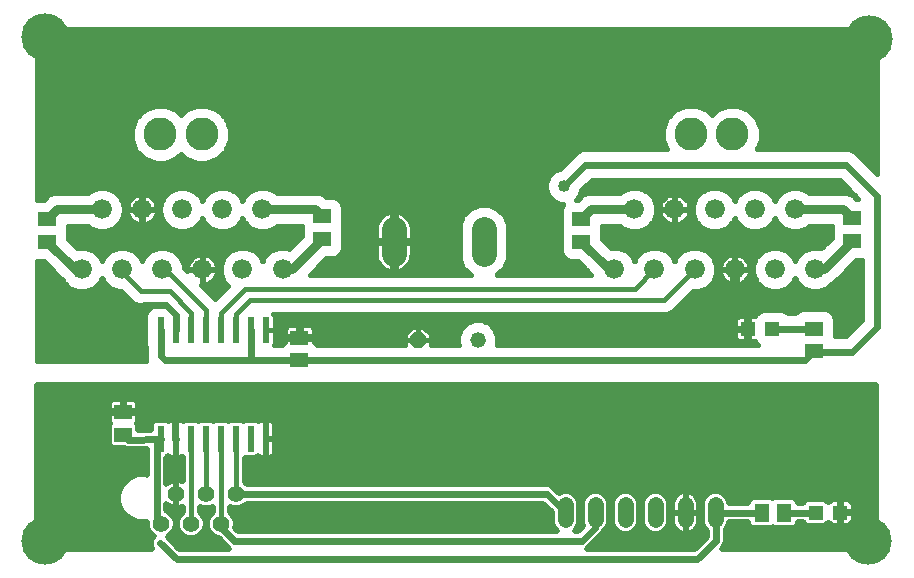
<source format=gtl>
G75*
%MOIN*%
%OFA0B0*%
%FSLAX24Y24*%
%IPPOS*%
%LPD*%
%AMOC8*
5,1,8,0,0,1.08239X$1,22.5*
%
%ADD10C,0.0660*%
%ADD11R,0.0591X0.0512*%
%ADD12R,0.0512X0.0630*%
%ADD13R,0.0630X0.0512*%
%ADD14R,0.0472X0.0472*%
%ADD15C,0.1102*%
%ADD16C,0.0520*%
%ADD17OC8,0.0520*%
%ADD18C,0.0520*%
%ADD19C,0.0825*%
%ADD20R,0.0236X0.0866*%
%ADD21C,0.0560*%
%ADD22C,0.0315*%
%ADD23C,0.0160*%
%ADD24C,0.0157*%
%ADD25C,0.1581*%
%ADD26C,0.0320*%
%ADD27C,0.0240*%
%ADD28C,0.0400*%
%ADD29C,0.0197*%
D10*
X008141Y011137D03*
X008760Y012811D03*
X010098Y012811D03*
X011437Y012811D03*
X012775Y012811D03*
X014114Y012811D03*
X015452Y012811D03*
X014783Y014811D03*
X013445Y014811D03*
X012106Y014811D03*
X010767Y014811D03*
X009429Y014811D03*
X014637Y019681D03*
X026510Y012811D03*
X027848Y012811D03*
X029187Y012811D03*
X030525Y012811D03*
X031864Y012811D03*
X033202Y012811D03*
X032533Y014811D03*
X031195Y014811D03*
X029856Y014811D03*
X028517Y014811D03*
X027179Y014811D03*
D11*
X025417Y014486D03*
X025417Y013738D03*
X016783Y013830D03*
X016783Y014578D03*
X016015Y010527D03*
X016015Y009779D03*
X010149Y008047D03*
X010149Y007299D03*
X007618Y013740D03*
X007618Y014488D03*
X034441Y014511D03*
X034441Y013763D03*
D12*
X032173Y004700D03*
X031425Y004700D03*
D13*
X033161Y010082D03*
X033161Y010830D03*
D14*
X031779Y010834D03*
X030952Y010834D03*
X033224Y004708D03*
X034051Y004708D03*
D15*
X030448Y017311D03*
X029071Y017311D03*
X012752Y017311D03*
X011374Y017311D03*
D16*
X024889Y004964D02*
X024889Y004444D01*
X025889Y004444D02*
X025889Y004964D01*
X026889Y004964D02*
X026889Y004444D01*
X027889Y004444D02*
X027889Y004964D01*
X028889Y004964D02*
X028889Y004444D01*
X029889Y004444D02*
X029889Y004964D01*
D17*
X019958Y010468D03*
D18*
X021958Y010468D03*
D19*
X022161Y013331D02*
X022161Y014156D01*
X019161Y014156D02*
X019161Y013331D01*
D20*
X014891Y010783D03*
X014391Y010783D03*
X013891Y010783D03*
X013391Y010783D03*
X012891Y010783D03*
X012391Y010783D03*
X011891Y010783D03*
X011391Y010783D03*
X011391Y007161D03*
X011891Y007161D03*
X012391Y007161D03*
X012891Y007161D03*
X013391Y007161D03*
X013891Y007161D03*
X014391Y007161D03*
X014891Y007161D03*
D21*
X013909Y005326D03*
X012909Y005326D03*
X011909Y005326D03*
X011409Y004326D03*
X012409Y004326D03*
X013409Y004326D03*
D22*
X015452Y012811D02*
X015763Y012811D01*
X016783Y013830D01*
X016783Y014578D02*
X016551Y014811D01*
X014783Y014811D01*
X009429Y014811D02*
X007941Y014811D01*
X007618Y014488D01*
X007618Y013740D02*
X008547Y012811D01*
X008760Y012811D01*
X025417Y013738D02*
X026344Y012811D01*
X026510Y012811D01*
X025417Y014486D02*
X025742Y014811D01*
X027179Y014811D01*
X032533Y014811D02*
X034141Y014811D01*
X034441Y014511D01*
X034441Y013763D02*
X033488Y012811D01*
X033202Y012811D01*
D23*
X029187Y012811D02*
X028183Y011807D01*
X014362Y011807D01*
X013891Y011336D01*
X013891Y010783D01*
X013391Y010783D02*
X013391Y011348D01*
X014204Y012161D01*
X027198Y012161D01*
X027848Y012811D01*
X013909Y007161D02*
X013909Y005326D01*
X012909Y005326D02*
X012909Y007161D01*
X012891Y007161D01*
X012409Y007161D02*
X012409Y004326D01*
X013409Y004326D02*
X013409Y007161D01*
X013391Y007161D01*
X013891Y007161D02*
X013909Y007161D01*
X012409Y007161D02*
X012391Y007161D01*
X012391Y010783D02*
X012393Y010785D01*
X012393Y011374D01*
X011685Y012082D01*
X010740Y012082D01*
X010098Y012724D01*
X010098Y012811D01*
X011437Y012811D02*
X011547Y012811D01*
X012905Y011452D01*
X012905Y010797D01*
X012891Y010783D01*
D24*
X011192Y011609D02*
X011050Y011550D01*
X010940Y011439D01*
X010880Y011294D01*
X010880Y010890D01*
X010878Y010885D01*
X010878Y010681D01*
X010880Y010676D01*
X010880Y010272D01*
X010895Y010233D01*
X010895Y009815D01*
X010918Y009759D01*
X007258Y009759D01*
X007258Y013090D01*
X007488Y013090D01*
X008080Y012498D01*
X008124Y012454D01*
X008146Y012401D01*
X008350Y012197D01*
X008616Y012087D01*
X008903Y012087D01*
X009169Y012197D01*
X009373Y012401D01*
X009429Y012535D01*
X009485Y012401D01*
X009688Y012197D01*
X009954Y012087D01*
X010065Y012087D01*
X010338Y011814D01*
X010471Y011681D01*
X010646Y011609D01*
X011192Y011609D01*
X011042Y011541D02*
X007258Y011541D01*
X007258Y011385D02*
X010917Y011385D01*
X010880Y011229D02*
X007258Y011229D01*
X007258Y011073D02*
X010880Y011073D01*
X010880Y010917D02*
X007258Y010917D01*
X007258Y010761D02*
X010878Y010761D01*
X010880Y010605D02*
X007258Y010605D01*
X007258Y010449D02*
X010880Y010449D01*
X010880Y010293D02*
X007258Y010293D01*
X007258Y010137D02*
X010895Y010137D01*
X010895Y009981D02*
X007258Y009981D01*
X007258Y009825D02*
X010895Y009825D01*
X010455Y011697D02*
X007258Y011697D01*
X007258Y011853D02*
X010299Y011853D01*
X010143Y012009D02*
X007258Y012009D01*
X007258Y012165D02*
X008427Y012165D01*
X008226Y012321D02*
X007258Y012321D01*
X007258Y012477D02*
X008101Y012477D01*
X007945Y012633D02*
X007258Y012633D01*
X007258Y012789D02*
X007789Y012789D01*
X007633Y012945D02*
X007258Y012945D01*
X008307Y013830D02*
X008606Y013531D01*
X008616Y013534D01*
X008903Y013534D01*
X009169Y013424D01*
X009373Y013221D01*
X009429Y013086D01*
X009485Y013221D01*
X009688Y013424D01*
X009954Y013534D01*
X010242Y013534D01*
X010508Y013424D01*
X010712Y013221D01*
X010767Y013086D01*
X010823Y013221D01*
X011027Y013424D01*
X011293Y013534D01*
X011581Y013534D01*
X011847Y013424D01*
X012050Y013221D01*
X012160Y012955D01*
X012160Y012867D01*
X012268Y012759D01*
X012267Y012771D01*
X012267Y012791D01*
X012756Y012791D01*
X012795Y012791D01*
X012795Y012830D01*
X013284Y012830D01*
X013284Y012851D01*
X013271Y012930D01*
X013247Y013006D01*
X013210Y013077D01*
X013163Y013142D01*
X013107Y013199D01*
X013042Y013246D01*
X012971Y013282D01*
X012894Y013307D01*
X012815Y013319D01*
X012795Y013319D01*
X012795Y012830D01*
X012756Y012830D01*
X012756Y012791D01*
X012756Y012302D01*
X012735Y012302D01*
X012724Y012304D01*
X013174Y011854D01*
X013200Y011827D01*
X013637Y012264D01*
X013500Y012401D01*
X013390Y012667D01*
X013390Y012955D01*
X013500Y013221D01*
X013704Y013424D01*
X013970Y013534D01*
X014258Y013534D01*
X014524Y013424D01*
X014727Y013221D01*
X014783Y013086D01*
X014839Y013221D01*
X015042Y013424D01*
X015308Y013534D01*
X015596Y013534D01*
X015675Y013502D01*
X016094Y013921D01*
X016094Y014165D01*
X016111Y014204D01*
X016094Y014244D01*
X016094Y014259D01*
X015255Y014259D01*
X015193Y014197D01*
X014927Y014087D01*
X014639Y014087D01*
X014373Y014197D01*
X014170Y014401D01*
X014114Y014535D01*
X014058Y014401D01*
X013854Y014197D01*
X013589Y014087D01*
X013301Y014087D01*
X013035Y014197D01*
X012831Y014401D01*
X012775Y014535D01*
X012719Y014401D01*
X012516Y014197D01*
X012250Y014087D01*
X011962Y014087D01*
X011696Y014197D01*
X011492Y014401D01*
X011382Y014667D01*
X011382Y014955D01*
X011492Y015221D01*
X011696Y015424D01*
X011962Y015534D01*
X012250Y015534D01*
X012516Y015424D01*
X012719Y015221D01*
X012775Y015086D01*
X012831Y015221D01*
X013035Y015424D01*
X013301Y015534D01*
X013589Y015534D01*
X013854Y015424D01*
X014058Y015221D01*
X014114Y015086D01*
X014170Y015221D01*
X014373Y015424D01*
X014639Y015534D01*
X014927Y015534D01*
X015193Y015424D01*
X015255Y015362D01*
X016660Y015362D01*
X016863Y015278D01*
X016913Y015228D01*
X017157Y015228D01*
X017301Y015168D01*
X017412Y015057D01*
X017472Y014913D01*
X017472Y014244D01*
X017456Y014204D01*
X017472Y014165D01*
X017472Y013496D01*
X017412Y013351D01*
X017301Y013241D01*
X017157Y013181D01*
X016913Y013181D01*
X016367Y012635D01*
X021736Y012635D01*
X021704Y012648D01*
X021478Y012875D01*
X021355Y013171D01*
X021355Y014317D01*
X021478Y014613D01*
X021704Y014840D01*
X022001Y014962D01*
X022321Y014962D01*
X022618Y014840D01*
X022845Y014613D01*
X022967Y014317D01*
X022967Y013171D01*
X022845Y012875D01*
X022618Y012648D01*
X022586Y012635D01*
X025741Y012635D01*
X025287Y013088D01*
X025043Y013088D01*
X024899Y013148D01*
X024788Y013259D01*
X024728Y013404D01*
X024728Y014072D01*
X024745Y014112D01*
X024728Y014152D01*
X024728Y014820D01*
X024788Y014965D01*
X024816Y014993D01*
X024716Y014993D01*
X024498Y015083D01*
X024331Y015250D01*
X024241Y015468D01*
X024241Y015704D01*
X024331Y015923D01*
X024498Y016090D01*
X024691Y016170D01*
X025252Y016730D01*
X025441Y016809D01*
X028256Y016809D01*
X028126Y017123D01*
X028126Y017499D01*
X028270Y017846D01*
X028535Y018112D01*
X028883Y018256D01*
X029258Y018256D01*
X029606Y018112D01*
X029760Y017958D01*
X029913Y018112D01*
X030261Y018256D01*
X030636Y018256D01*
X030984Y018112D01*
X031250Y017846D01*
X031393Y017499D01*
X031393Y017123D01*
X031263Y016809D01*
X034346Y016809D01*
X034535Y016730D01*
X034679Y016586D01*
X035261Y016004D01*
X035261Y020812D01*
X007258Y020812D01*
X007258Y015137D01*
X007488Y015137D01*
X007628Y015278D01*
X007831Y015362D01*
X008957Y015362D01*
X009019Y015424D01*
X009285Y015534D01*
X009573Y015534D01*
X009839Y015424D01*
X010042Y015221D01*
X010153Y014955D01*
X010153Y014667D01*
X010042Y014401D01*
X009839Y014197D01*
X009573Y014087D01*
X009285Y014087D01*
X009019Y014197D01*
X008957Y014259D01*
X008307Y014259D01*
X008307Y014154D01*
X008290Y014114D01*
X008307Y014074D01*
X008307Y013830D01*
X008307Y013881D02*
X016054Y013881D01*
X016094Y014037D02*
X008307Y014037D01*
X008307Y014193D02*
X009029Y014193D01*
X008412Y013725D02*
X015898Y013725D01*
X015742Y013569D02*
X008568Y013569D01*
X009181Y013413D02*
X009677Y013413D01*
X009521Y013257D02*
X009337Y013257D01*
X009423Y013101D02*
X009435Y013101D01*
X009405Y012477D02*
X009453Y012477D01*
X009564Y012321D02*
X009293Y012321D01*
X009092Y012165D02*
X009765Y012165D01*
X010761Y013101D02*
X010774Y013101D01*
X010860Y013257D02*
X010675Y013257D01*
X010519Y013413D02*
X011016Y013413D01*
X011858Y013413D02*
X013693Y013413D01*
X013537Y013257D02*
X013020Y013257D01*
X012795Y013257D02*
X012756Y013257D01*
X012756Y013319D02*
X012735Y013319D01*
X012656Y013307D01*
X012580Y013282D01*
X012509Y013246D01*
X012444Y013199D01*
X012387Y013142D01*
X012340Y013077D01*
X012304Y013006D01*
X012279Y012930D01*
X012267Y012851D01*
X012267Y012830D01*
X012756Y012830D01*
X012756Y013319D01*
X012756Y013101D02*
X012795Y013101D01*
X012795Y012945D02*
X012756Y012945D01*
X012756Y012789D02*
X012795Y012789D01*
X012795Y012791D02*
X012795Y012302D01*
X012815Y012302D01*
X012894Y012314D01*
X012971Y012339D01*
X013042Y012376D01*
X013107Y012423D01*
X013163Y012479D01*
X013210Y012544D01*
X013247Y012615D01*
X013271Y012691D01*
X013284Y012771D01*
X013284Y012791D01*
X012795Y012791D01*
X012795Y012633D02*
X012756Y012633D01*
X012756Y012477D02*
X012795Y012477D01*
X012795Y012321D02*
X012756Y012321D01*
X012915Y012321D02*
X013580Y012321D01*
X013539Y012165D02*
X012862Y012165D01*
X013018Y012009D02*
X013383Y012009D01*
X013227Y011853D02*
X013174Y011853D01*
X013161Y012477D02*
X013469Y012477D01*
X013404Y012633D02*
X013252Y012633D01*
X013284Y012789D02*
X013390Y012789D01*
X013390Y012945D02*
X013267Y012945D01*
X013193Y013101D02*
X013451Y013101D01*
X012531Y013257D02*
X012014Y013257D01*
X012100Y013101D02*
X012357Y013101D01*
X012284Y012945D02*
X012160Y012945D01*
X012238Y012789D02*
X012267Y012789D01*
X012506Y014193D02*
X013045Y014193D01*
X012883Y014349D02*
X012668Y014349D01*
X012763Y014505D02*
X012788Y014505D01*
X012758Y015129D02*
X012793Y015129D01*
X012895Y015285D02*
X012655Y015285D01*
X012476Y015441D02*
X013075Y015441D01*
X013814Y015441D02*
X014413Y015441D01*
X014234Y015285D02*
X013994Y015285D01*
X014096Y015129D02*
X014132Y015129D01*
X014101Y014505D02*
X014126Y014505D01*
X014221Y014349D02*
X014006Y014349D01*
X013844Y014193D02*
X014383Y014193D01*
X015183Y014193D02*
X016106Y014193D01*
X015031Y013413D02*
X014535Y013413D01*
X014691Y013257D02*
X014875Y013257D01*
X014789Y013101D02*
X014777Y013101D01*
X016521Y012789D02*
X018923Y012789D01*
X018934Y012783D02*
X019023Y012755D01*
X019102Y012742D01*
X019102Y013685D01*
X018570Y013685D01*
X018570Y013285D01*
X018584Y013193D01*
X018613Y013104D01*
X018655Y013021D01*
X018710Y012946D01*
X018776Y012880D01*
X018851Y012826D01*
X018934Y012783D01*
X019102Y012789D02*
X019220Y012789D01*
X019220Y012742D02*
X019300Y012755D01*
X019388Y012783D01*
X019471Y012826D01*
X019546Y012880D01*
X019612Y012946D01*
X019667Y013021D01*
X019709Y013104D01*
X019738Y013193D01*
X019752Y013285D01*
X019752Y013685D01*
X019220Y013685D01*
X019220Y013802D01*
X019752Y013802D01*
X019752Y014203D01*
X019738Y014295D01*
X019709Y014383D01*
X019667Y014466D01*
X019612Y014541D01*
X019546Y014607D01*
X019471Y014662D01*
X019388Y014704D01*
X019300Y014733D01*
X019220Y014746D01*
X019220Y013802D01*
X019102Y013802D01*
X019102Y013685D01*
X019220Y013685D01*
X019220Y012742D01*
X019399Y012789D02*
X021563Y012789D01*
X021448Y012945D02*
X019611Y012945D01*
X019707Y013101D02*
X021384Y013101D01*
X021355Y013257D02*
X019748Y013257D01*
X019752Y013413D02*
X021355Y013413D01*
X021355Y013569D02*
X019752Y013569D01*
X019220Y013569D02*
X019102Y013569D01*
X019102Y013725D02*
X017472Y013725D01*
X017472Y013881D02*
X018570Y013881D01*
X018570Y013802D02*
X019102Y013802D01*
X019102Y014746D01*
X019023Y014733D01*
X018934Y014704D01*
X018851Y014662D01*
X018776Y014607D01*
X018710Y014541D01*
X018655Y014466D01*
X018613Y014383D01*
X018584Y014295D01*
X018570Y014203D01*
X018570Y013802D01*
X018570Y013569D02*
X017472Y013569D01*
X017438Y013413D02*
X018570Y013413D01*
X018574Y013257D02*
X017318Y013257D01*
X016833Y013101D02*
X018615Y013101D01*
X018711Y012945D02*
X016677Y012945D01*
X017472Y014037D02*
X018570Y014037D01*
X018570Y014193D02*
X017460Y014193D01*
X017472Y014349D02*
X018602Y014349D01*
X018684Y014505D02*
X017472Y014505D01*
X017472Y014661D02*
X018850Y014661D01*
X019102Y014661D02*
X019220Y014661D01*
X019220Y014505D02*
X019102Y014505D01*
X019102Y014349D02*
X019220Y014349D01*
X019220Y014193D02*
X019102Y014193D01*
X019102Y014037D02*
X019220Y014037D01*
X019220Y013881D02*
X019102Y013881D01*
X019220Y013725D02*
X021355Y013725D01*
X021355Y013881D02*
X019752Y013881D01*
X019752Y014037D02*
X021355Y014037D01*
X021355Y014193D02*
X019752Y014193D01*
X019720Y014349D02*
X021368Y014349D01*
X021433Y014505D02*
X019639Y014505D01*
X019472Y014661D02*
X021526Y014661D01*
X021682Y014817D02*
X017472Y014817D01*
X017447Y014973D02*
X024796Y014973D01*
X024728Y014817D02*
X022641Y014817D01*
X022797Y014661D02*
X024728Y014661D01*
X024728Y014505D02*
X022889Y014505D01*
X022954Y014349D02*
X024728Y014349D01*
X024728Y014193D02*
X022967Y014193D01*
X022967Y014037D02*
X024728Y014037D01*
X024728Y013881D02*
X022967Y013881D01*
X022967Y013725D02*
X024728Y013725D01*
X024728Y013569D02*
X022967Y013569D01*
X022967Y013413D02*
X024728Y013413D01*
X024790Y013257D02*
X022967Y013257D01*
X022938Y013101D02*
X025012Y013101D01*
X025430Y012945D02*
X022874Y012945D01*
X022759Y012789D02*
X025586Y012789D01*
X026365Y013569D02*
X033467Y013569D01*
X033407Y013509D02*
X033346Y013534D01*
X033058Y013534D01*
X032792Y013424D01*
X032589Y013221D01*
X032533Y013086D01*
X032477Y013221D01*
X032274Y013424D01*
X032008Y013534D01*
X031720Y013534D01*
X031454Y013424D01*
X031250Y013221D01*
X031140Y012955D01*
X031140Y012667D01*
X031250Y012401D01*
X031454Y012197D01*
X031720Y012087D01*
X032008Y012087D01*
X032274Y012197D01*
X032477Y012401D01*
X032533Y012535D01*
X032589Y012401D01*
X032792Y012197D01*
X033058Y012087D01*
X033346Y012087D01*
X033612Y012197D01*
X033729Y012314D01*
X033800Y012343D01*
X033955Y012498D01*
X034570Y013114D01*
X034754Y013114D01*
X034754Y011114D01*
X034228Y010588D01*
X033870Y010588D01*
X033870Y011165D01*
X033810Y011309D01*
X033699Y011420D01*
X033554Y011480D01*
X032768Y011480D01*
X032623Y011420D01*
X032547Y011344D01*
X032299Y011344D01*
X032238Y011404D01*
X032094Y011464D01*
X031465Y011464D01*
X031320Y011404D01*
X031209Y011293D01*
X031191Y011249D01*
X030992Y011249D01*
X030992Y010874D01*
X030913Y010874D01*
X030913Y011249D01*
X030693Y011249D01*
X030647Y011237D01*
X030606Y011213D01*
X030573Y011180D01*
X030550Y011139D01*
X030537Y011094D01*
X030537Y010874D01*
X030913Y010874D01*
X030913Y010795D01*
X030537Y010795D01*
X030537Y010574D01*
X030550Y010529D01*
X030573Y010488D01*
X030606Y010455D01*
X030647Y010431D01*
X030693Y010419D01*
X030913Y010419D01*
X030913Y010795D01*
X030992Y010795D01*
X030992Y010419D01*
X031191Y010419D01*
X031209Y010375D01*
X031291Y010293D01*
X022594Y010293D01*
X022593Y010293D02*
X022612Y010338D01*
X022612Y010598D01*
X022513Y010838D01*
X022329Y011022D01*
X022088Y011122D01*
X021828Y011122D01*
X021588Y011022D01*
X021404Y010838D01*
X021305Y010598D01*
X021305Y010338D01*
X021323Y010293D01*
X020397Y010293D01*
X020397Y010467D01*
X019960Y010467D01*
X019960Y010469D01*
X020397Y010469D01*
X020397Y010650D01*
X020140Y010907D01*
X019960Y010907D01*
X019960Y010469D01*
X019957Y010469D01*
X019957Y010467D01*
X019520Y010467D01*
X019520Y010293D01*
X016610Y010293D01*
X016534Y010369D01*
X016489Y010387D01*
X016489Y010478D01*
X016065Y010478D01*
X016065Y010576D01*
X016489Y010576D01*
X016489Y010807D01*
X016477Y010852D01*
X016454Y010893D01*
X016420Y010926D01*
X016380Y010950D01*
X016334Y010962D01*
X016065Y010962D01*
X016065Y010576D01*
X015966Y010576D01*
X015966Y010478D01*
X015541Y010478D01*
X015541Y010387D01*
X015497Y010369D01*
X015421Y010293D01*
X015179Y010293D01*
X015188Y010326D01*
X015188Y010783D01*
X014905Y010783D01*
X014905Y010783D01*
X015188Y010783D01*
X015188Y011240D01*
X015176Y011285D01*
X015153Y011326D01*
X015145Y011333D01*
X028277Y011333D01*
X028451Y011405D01*
X029133Y012087D01*
X029331Y012087D01*
X029597Y012197D01*
X029800Y012401D01*
X029910Y012667D01*
X029910Y012955D01*
X029800Y013221D01*
X029597Y013424D01*
X029331Y013534D01*
X029043Y013534D01*
X028777Y013424D01*
X028573Y013221D01*
X028517Y013086D01*
X028462Y013221D01*
X028258Y013424D01*
X027992Y013534D01*
X027704Y013534D01*
X027438Y013424D01*
X027235Y013221D01*
X027179Y013086D01*
X027123Y013221D01*
X026919Y013424D01*
X026653Y013534D01*
X026400Y013534D01*
X026106Y013828D01*
X026106Y014072D01*
X026089Y014112D01*
X026106Y014152D01*
X026106Y014259D01*
X026707Y014259D01*
X026769Y014197D01*
X027035Y014087D01*
X027323Y014087D01*
X027589Y014197D01*
X027792Y014401D01*
X027903Y014667D01*
X027903Y014955D01*
X027792Y015221D01*
X027589Y015424D01*
X027323Y015534D01*
X027035Y015534D01*
X026769Y015424D01*
X026707Y015362D01*
X025632Y015362D01*
X025430Y015278D01*
X025287Y015135D01*
X025223Y015135D01*
X025338Y015250D01*
X025418Y015443D01*
X025756Y015781D01*
X034031Y015781D01*
X034651Y015161D01*
X034570Y015161D01*
X034454Y015278D01*
X034251Y015362D01*
X033005Y015362D01*
X032943Y015424D01*
X032677Y015534D01*
X032389Y015534D01*
X032123Y015424D01*
X031920Y015221D01*
X031864Y015086D01*
X031808Y015221D01*
X031604Y015424D01*
X031339Y015534D01*
X031051Y015534D01*
X030785Y015424D01*
X030581Y015221D01*
X030525Y015086D01*
X030469Y015221D01*
X030266Y015424D01*
X030000Y015534D01*
X029712Y015534D01*
X029446Y015424D01*
X029242Y015221D01*
X029132Y014955D01*
X029132Y014667D01*
X029242Y014401D01*
X029446Y014197D01*
X029712Y014087D01*
X030000Y014087D01*
X030266Y014197D01*
X030469Y014401D01*
X030525Y014535D01*
X030581Y014401D01*
X030785Y014197D01*
X031051Y014087D01*
X031339Y014087D01*
X031604Y014197D01*
X031808Y014401D01*
X031864Y014535D01*
X031920Y014401D01*
X032123Y014197D01*
X032389Y014087D01*
X032677Y014087D01*
X032943Y014197D01*
X033005Y014259D01*
X033752Y014259D01*
X033752Y014177D01*
X033768Y014137D01*
X033752Y014098D01*
X033752Y013854D01*
X033407Y013509D01*
X033623Y013725D02*
X026209Y013725D01*
X026106Y013881D02*
X033752Y013881D01*
X033752Y014037D02*
X026106Y014037D01*
X026106Y014193D02*
X026779Y014193D01*
X027579Y014193D02*
X029456Y014193D01*
X029294Y014349D02*
X028732Y014349D01*
X028713Y014339D02*
X028784Y014376D01*
X028849Y014423D01*
X028905Y014479D01*
X028953Y014544D01*
X028989Y014615D01*
X029014Y014691D01*
X029026Y014771D01*
X029026Y014791D01*
X028537Y014791D01*
X028537Y014302D01*
X028557Y014302D01*
X028637Y014314D01*
X028713Y014339D01*
X028537Y014349D02*
X028498Y014349D01*
X028498Y014302D02*
X028498Y014791D01*
X028537Y014791D01*
X028537Y014830D01*
X029026Y014830D01*
X029026Y014851D01*
X029014Y014930D01*
X028989Y015006D01*
X028953Y015077D01*
X028905Y015142D01*
X028849Y015199D01*
X028784Y015246D01*
X028713Y015282D01*
X028637Y015307D01*
X028557Y015319D01*
X028537Y015319D01*
X028537Y014830D01*
X028498Y014830D01*
X028498Y014791D01*
X028009Y014791D01*
X028009Y014771D01*
X028021Y014691D01*
X028046Y014615D01*
X028082Y014544D01*
X028129Y014479D01*
X028186Y014423D01*
X028251Y014376D01*
X028322Y014339D01*
X028398Y014314D01*
X028477Y014302D01*
X028498Y014302D01*
X028303Y014349D02*
X027741Y014349D01*
X027835Y014505D02*
X028111Y014505D01*
X028031Y014661D02*
X027900Y014661D01*
X027903Y014817D02*
X028498Y014817D01*
X028498Y014830D02*
X028009Y014830D01*
X028009Y014851D01*
X028021Y014930D01*
X028046Y015006D01*
X028082Y015077D01*
X028129Y015142D01*
X028186Y015199D01*
X028251Y015246D01*
X028322Y015282D01*
X028398Y015307D01*
X028477Y015319D01*
X028498Y015319D01*
X028498Y014830D01*
X028537Y014817D02*
X029132Y014817D01*
X029140Y014973D02*
X029000Y014973D01*
X028915Y015129D02*
X029204Y015129D01*
X029307Y015285D02*
X028704Y015285D01*
X028537Y015285D02*
X028498Y015285D01*
X028498Y015129D02*
X028537Y015129D01*
X028537Y014973D02*
X028498Y014973D01*
X028330Y015285D02*
X027728Y015285D01*
X027830Y015129D02*
X028120Y015129D01*
X028035Y014973D02*
X027895Y014973D01*
X027549Y015441D02*
X029486Y015441D01*
X030226Y015441D02*
X030825Y015441D01*
X030645Y015285D02*
X030405Y015285D01*
X030508Y015129D02*
X030543Y015129D01*
X030513Y014505D02*
X030538Y014505D01*
X030633Y014349D02*
X030418Y014349D01*
X030256Y014193D02*
X030795Y014193D01*
X031594Y014193D02*
X032133Y014193D01*
X031971Y014349D02*
X031756Y014349D01*
X031851Y014505D02*
X031876Y014505D01*
X031846Y015129D02*
X031882Y015129D01*
X031984Y015285D02*
X031744Y015285D01*
X031564Y015441D02*
X032163Y015441D01*
X032903Y015441D02*
X034371Y015441D01*
X034437Y015285D02*
X034527Y015285D01*
X034215Y015597D02*
X025571Y015597D01*
X025417Y015441D02*
X026809Y015441D01*
X025727Y015753D02*
X034059Y015753D01*
X034733Y016533D02*
X035261Y016533D01*
X035261Y016689D02*
X034577Y016689D01*
X034889Y016377D02*
X035261Y016377D01*
X035261Y016221D02*
X035044Y016221D01*
X035200Y016065D02*
X035261Y016065D01*
X035261Y016845D02*
X031278Y016845D01*
X031343Y017001D02*
X035261Y017001D01*
X035261Y017157D02*
X031393Y017157D01*
X031393Y017313D02*
X035261Y017313D01*
X035261Y017468D02*
X031393Y017468D01*
X031341Y017624D02*
X035261Y017624D01*
X035261Y017780D02*
X031277Y017780D01*
X031159Y017936D02*
X035261Y017936D01*
X035261Y018092D02*
X031003Y018092D01*
X030654Y018248D02*
X035261Y018248D01*
X035261Y018404D02*
X007258Y018404D01*
X007258Y018248D02*
X011169Y018248D01*
X011186Y018256D02*
X010838Y018112D01*
X010573Y017846D01*
X010429Y017499D01*
X010429Y017123D01*
X010573Y016775D01*
X010838Y016510D01*
X011186Y016366D01*
X011562Y016366D01*
X011909Y016510D01*
X012063Y016663D01*
X012216Y016510D01*
X012564Y016366D01*
X012940Y016366D01*
X013287Y016510D01*
X013553Y016775D01*
X013697Y017123D01*
X013697Y017499D01*
X013553Y017846D01*
X013287Y018112D01*
X012940Y018256D01*
X012564Y018256D01*
X012216Y018112D01*
X012063Y017958D01*
X011909Y018112D01*
X011562Y018256D01*
X011186Y018256D01*
X011579Y018248D02*
X012547Y018248D01*
X012197Y018092D02*
X011928Y018092D01*
X012957Y018248D02*
X028865Y018248D01*
X028516Y018092D02*
X013306Y018092D01*
X013462Y017936D02*
X028360Y017936D01*
X028242Y017780D02*
X013580Y017780D01*
X013644Y017624D02*
X028178Y017624D01*
X028126Y017468D02*
X013697Y017468D01*
X013697Y017313D02*
X028126Y017313D01*
X028126Y017157D02*
X013697Y017157D01*
X013646Y017001D02*
X028176Y017001D01*
X028241Y016845D02*
X013581Y016845D01*
X013466Y016689D02*
X025210Y016689D01*
X025054Y016533D02*
X013310Y016533D01*
X012966Y016377D02*
X024898Y016377D01*
X024742Y016221D02*
X007258Y016221D01*
X007258Y016377D02*
X011159Y016377D01*
X010815Y016533D02*
X007258Y016533D01*
X007258Y016689D02*
X010659Y016689D01*
X010544Y016845D02*
X007258Y016845D01*
X007258Y017001D02*
X010479Y017001D01*
X010429Y017157D02*
X007258Y017157D01*
X007258Y017313D02*
X010429Y017313D01*
X010429Y017468D02*
X007258Y017468D01*
X007258Y017624D02*
X010481Y017624D01*
X010546Y017780D02*
X007258Y017780D01*
X007258Y017936D02*
X010663Y017936D01*
X010819Y018092D02*
X007258Y018092D01*
X007258Y018560D02*
X035261Y018560D01*
X035261Y018716D02*
X007258Y018716D01*
X007258Y018872D02*
X035261Y018872D01*
X035261Y019028D02*
X007258Y019028D01*
X007258Y019184D02*
X035261Y019184D01*
X035261Y019340D02*
X007258Y019340D01*
X007258Y019496D02*
X035261Y019496D01*
X035261Y019652D02*
X007258Y019652D01*
X007258Y019808D02*
X035261Y019808D01*
X035261Y019964D02*
X007258Y019964D01*
X007258Y020120D02*
X035261Y020120D01*
X035261Y020276D02*
X007258Y020276D01*
X007258Y020432D02*
X035261Y020432D01*
X035261Y020588D02*
X007258Y020588D01*
X007258Y020744D02*
X035261Y020744D01*
X030243Y018248D02*
X029276Y018248D01*
X029625Y018092D02*
X029894Y018092D01*
X025446Y015285D02*
X025352Y015285D01*
X024452Y015129D02*
X017341Y015129D01*
X016846Y015285D02*
X024317Y015285D01*
X024252Y015441D02*
X015153Y015441D01*
X012537Y016377D02*
X011588Y016377D01*
X011932Y016533D02*
X012193Y016533D01*
X011736Y015441D02*
X009799Y015441D01*
X009978Y015285D02*
X010580Y015285D01*
X010572Y015282D02*
X010501Y015246D01*
X010436Y015199D01*
X010379Y015142D01*
X010332Y015077D01*
X010296Y015006D01*
X010271Y014930D01*
X010259Y014851D01*
X010259Y014830D01*
X010748Y014830D01*
X010748Y014791D01*
X010787Y014791D01*
X010787Y014302D01*
X010807Y014302D01*
X010887Y014314D01*
X010963Y014339D01*
X011034Y014376D01*
X011099Y014423D01*
X011155Y014479D01*
X011203Y014544D01*
X011239Y014615D01*
X011264Y014691D01*
X011276Y014771D01*
X011276Y014791D01*
X010787Y014791D01*
X010787Y014830D01*
X011276Y014830D01*
X011276Y014851D01*
X011264Y014930D01*
X011239Y015006D01*
X011203Y015077D01*
X011155Y015142D01*
X011099Y015199D01*
X011034Y015246D01*
X010963Y015282D01*
X010887Y015307D01*
X010807Y015319D01*
X010787Y015319D01*
X010787Y014830D01*
X010748Y014830D01*
X010748Y015319D01*
X010727Y015319D01*
X010648Y015307D01*
X010572Y015282D01*
X010748Y015285D02*
X010787Y015285D01*
X010787Y015129D02*
X010748Y015129D01*
X010748Y014973D02*
X010787Y014973D01*
X010787Y014817D02*
X011382Y014817D01*
X011390Y014973D02*
X011250Y014973D01*
X011165Y015129D02*
X011454Y015129D01*
X011557Y015285D02*
X010954Y015285D01*
X010748Y014817D02*
X010153Y014817D01*
X010259Y014791D02*
X010259Y014771D01*
X010271Y014691D01*
X010296Y014615D01*
X010332Y014544D01*
X010379Y014479D01*
X010436Y014423D01*
X010501Y014376D01*
X010572Y014339D01*
X010648Y014314D01*
X010727Y014302D01*
X010748Y014302D01*
X010748Y014791D01*
X010259Y014791D01*
X010281Y014661D02*
X010150Y014661D01*
X010085Y014505D02*
X010361Y014505D01*
X010553Y014349D02*
X009991Y014349D01*
X009829Y014193D02*
X011706Y014193D01*
X011544Y014349D02*
X010982Y014349D01*
X010787Y014349D02*
X010748Y014349D01*
X010748Y014505D02*
X010787Y014505D01*
X010787Y014661D02*
X010748Y014661D01*
X011174Y014505D02*
X011449Y014505D01*
X011385Y014661D02*
X011254Y014661D01*
X010370Y015129D02*
X010080Y015129D01*
X010145Y014973D02*
X010285Y014973D01*
X009059Y015441D02*
X007258Y015441D01*
X007258Y015597D02*
X024241Y015597D01*
X024261Y015753D02*
X007258Y015753D01*
X007258Y015909D02*
X024325Y015909D01*
X024473Y016065D02*
X007258Y016065D01*
X007258Y015285D02*
X007645Y015285D01*
X015188Y011229D02*
X030634Y011229D01*
X030537Y011073D02*
X022206Y011073D01*
X022434Y010917D02*
X030537Y010917D01*
X030537Y010761D02*
X022544Y010761D01*
X022609Y010605D02*
X030537Y010605D01*
X030616Y010449D02*
X022612Y010449D01*
X022593Y010293D02*
X031291Y010293D01*
X030992Y010449D02*
X030913Y010449D01*
X030913Y010605D02*
X030992Y010605D01*
X030992Y010761D02*
X030913Y010761D01*
X030913Y010917D02*
X030992Y010917D01*
X030992Y011073D02*
X030913Y011073D01*
X030913Y011229D02*
X030992Y011229D01*
X031301Y011385D02*
X028403Y011385D01*
X028587Y011541D02*
X034754Y011541D01*
X034754Y011385D02*
X033734Y011385D01*
X033843Y011229D02*
X034754Y011229D01*
X034713Y011073D02*
X033870Y011073D01*
X033870Y010917D02*
X034557Y010917D01*
X034401Y010761D02*
X033870Y010761D01*
X033870Y010605D02*
X034245Y010605D01*
X034754Y011697D02*
X028743Y011697D01*
X028899Y011853D02*
X034754Y011853D01*
X034754Y012009D02*
X029055Y012009D01*
X029519Y012165D02*
X031531Y012165D01*
X031330Y012321D02*
X030665Y012321D01*
X030644Y012314D02*
X030721Y012339D01*
X030792Y012376D01*
X030857Y012423D01*
X030913Y012479D01*
X030960Y012544D01*
X030997Y012615D01*
X031021Y012691D01*
X031034Y012771D01*
X031034Y012791D01*
X030545Y012791D01*
X030545Y012830D01*
X031034Y012830D01*
X031034Y012851D01*
X031021Y012930D01*
X030997Y013006D01*
X030960Y013077D01*
X030913Y013142D01*
X030857Y013199D01*
X030792Y013246D01*
X030721Y013282D01*
X030644Y013307D01*
X030565Y013319D01*
X030545Y013319D01*
X030545Y012830D01*
X030506Y012830D01*
X030506Y012791D01*
X030545Y012791D01*
X030545Y012302D01*
X030565Y012302D01*
X030644Y012314D01*
X030545Y012321D02*
X030506Y012321D01*
X030506Y012302D02*
X030506Y012791D01*
X030017Y012791D01*
X030017Y012771D01*
X030029Y012691D01*
X030054Y012615D01*
X030090Y012544D01*
X030137Y012479D01*
X030194Y012423D01*
X030259Y012376D01*
X030330Y012339D01*
X030406Y012314D01*
X030485Y012302D01*
X030506Y012302D01*
X030385Y012321D02*
X029721Y012321D01*
X029832Y012477D02*
X030139Y012477D01*
X030048Y012633D02*
X029896Y012633D01*
X029910Y012789D02*
X030017Y012789D01*
X030017Y012830D02*
X030506Y012830D01*
X030506Y013319D01*
X030485Y013319D01*
X030406Y013307D01*
X030330Y013282D01*
X030259Y013246D01*
X030194Y013199D01*
X030137Y013142D01*
X030090Y013077D01*
X030054Y013006D01*
X030029Y012930D01*
X030017Y012851D01*
X030017Y012830D01*
X030034Y012945D02*
X029910Y012945D01*
X029850Y013101D02*
X030107Y013101D01*
X030281Y013257D02*
X029764Y013257D01*
X029608Y013413D02*
X031443Y013413D01*
X031287Y013257D02*
X030770Y013257D01*
X030545Y013257D02*
X030506Y013257D01*
X030506Y013101D02*
X030545Y013101D01*
X030545Y012945D02*
X030506Y012945D01*
X030506Y012789D02*
X030545Y012789D01*
X030545Y012633D02*
X030506Y012633D01*
X030506Y012477D02*
X030545Y012477D01*
X030911Y012477D02*
X031219Y012477D01*
X031154Y012633D02*
X031002Y012633D01*
X031034Y012789D02*
X031140Y012789D01*
X031140Y012945D02*
X031017Y012945D01*
X030943Y013101D02*
X031201Y013101D01*
X032285Y013413D02*
X032781Y013413D01*
X032625Y013257D02*
X032441Y013257D01*
X032527Y013101D02*
X032539Y013101D01*
X032509Y012477D02*
X032557Y012477D01*
X032668Y012321D02*
X032398Y012321D01*
X032197Y012165D02*
X032870Y012165D01*
X033535Y012165D02*
X034754Y012165D01*
X034754Y012321D02*
X033746Y012321D01*
X033934Y012477D02*
X034754Y012477D01*
X034754Y012633D02*
X034090Y012633D01*
X034246Y012789D02*
X034754Y012789D01*
X034754Y012945D02*
X034402Y012945D01*
X034558Y013101D02*
X034754Y013101D01*
X033752Y014193D02*
X032933Y014193D01*
X029199Y014505D02*
X028924Y014505D01*
X029004Y014661D02*
X029135Y014661D01*
X028537Y014661D02*
X028498Y014661D01*
X028498Y014505D02*
X028537Y014505D01*
X028766Y013413D02*
X028269Y013413D01*
X028425Y013257D02*
X028610Y013257D01*
X028524Y013101D02*
X028511Y013101D01*
X027427Y013413D02*
X026931Y013413D01*
X027087Y013257D02*
X027271Y013257D01*
X027185Y013101D02*
X027173Y013101D01*
X032257Y011385D02*
X032588Y011385D01*
X021711Y011073D02*
X015188Y011073D01*
X015188Y010917D02*
X015602Y010917D01*
X015610Y010926D02*
X015577Y010893D01*
X015554Y010852D01*
X015541Y010807D01*
X015541Y010576D01*
X015966Y010576D01*
X015966Y010962D01*
X015697Y010962D01*
X015651Y010950D01*
X015610Y010926D01*
X015541Y010761D02*
X015188Y010761D01*
X015188Y010605D02*
X015541Y010605D01*
X015541Y010449D02*
X015188Y010449D01*
X015179Y010293D02*
X015422Y010293D01*
X015966Y010605D02*
X016065Y010605D01*
X016065Y010761D02*
X015966Y010761D01*
X015966Y010917D02*
X016065Y010917D01*
X016429Y010917D02*
X021483Y010917D01*
X021372Y010761D02*
X020286Y010761D01*
X020397Y010605D02*
X021308Y010605D01*
X021305Y010449D02*
X020397Y010449D01*
X020397Y010293D02*
X021323Y010293D01*
X019957Y010469D02*
X019957Y010907D01*
X019777Y010907D01*
X019520Y010650D01*
X019520Y010469D01*
X019957Y010469D01*
X019957Y010605D02*
X019960Y010605D01*
X019957Y010761D02*
X019960Y010761D01*
X019631Y010761D02*
X016489Y010761D01*
X016489Y010605D02*
X019520Y010605D01*
X019520Y010449D02*
X016489Y010449D01*
X016609Y010293D02*
X019520Y010293D01*
X019220Y012945D02*
X019102Y012945D01*
X019102Y013101D02*
X019220Y013101D01*
X019220Y013257D02*
X019102Y013257D01*
X019102Y013413D02*
X019220Y013413D01*
D25*
X007551Y020547D03*
X034992Y020507D03*
X034952Y003775D03*
X007551Y003775D03*
D26*
X030525Y011939D02*
X030525Y012811D01*
D27*
X031779Y010834D02*
X031783Y010830D01*
X033161Y010830D01*
X033161Y010082D02*
X032858Y009779D01*
X016015Y009779D01*
X014441Y009779D01*
X014391Y009828D01*
X014391Y010783D01*
X014441Y009779D02*
X011547Y009779D01*
X011409Y009917D01*
X011409Y010765D01*
X011391Y010783D01*
X011891Y010783D02*
X011891Y011285D01*
X011567Y011610D01*
X010819Y011610D01*
X010779Y011570D01*
X011882Y007673D02*
X011882Y007171D01*
X011891Y007161D01*
X011391Y007161D02*
X011252Y007021D01*
X011252Y004484D01*
X011409Y004326D01*
X011380Y003687D02*
X011921Y003145D01*
X029283Y003145D01*
X029913Y003775D01*
X029913Y004681D01*
X029889Y004704D01*
X031421Y004704D01*
X031425Y004700D01*
X032173Y004700D02*
X033137Y004700D01*
X033224Y004708D01*
X025889Y004704D02*
X025858Y004673D01*
X025858Y004208D01*
X025425Y003775D01*
X013850Y003775D01*
X013409Y004216D01*
X013409Y004326D01*
X013909Y005326D02*
X024267Y005326D01*
X024889Y004704D01*
X033161Y010082D02*
X033169Y010074D01*
X034441Y010074D01*
X035267Y010901D01*
X035267Y015271D01*
X034244Y016295D01*
X025543Y016295D01*
X024834Y015586D01*
X011391Y007161D02*
X010309Y007141D01*
X010149Y007299D01*
D28*
X021645Y004405D03*
X024834Y015586D03*
D29*
X007278Y008972D02*
X007278Y003502D01*
X011114Y003502D01*
X011110Y003506D01*
X011061Y003623D01*
X011061Y003750D01*
X011110Y003867D01*
X011156Y003913D01*
X011138Y003921D01*
X011004Y004055D01*
X010931Y004231D01*
X010931Y004390D01*
X010929Y004389D01*
X010613Y004389D01*
X010322Y004510D01*
X010098Y004733D01*
X009978Y005025D01*
X009978Y005341D01*
X010098Y005632D01*
X010322Y005856D01*
X010613Y005976D01*
X010929Y005976D01*
X010933Y005975D01*
X010933Y006834D01*
X010376Y006824D01*
X010374Y006823D01*
X010313Y006823D01*
X010251Y006822D01*
X010249Y006823D01*
X010247Y006823D01*
X010193Y006844D01*
X009772Y006844D01*
X009656Y006961D01*
X009656Y007637D01*
X009692Y007674D01*
X009669Y007714D01*
X009656Y007765D01*
X009656Y008017D01*
X010120Y008017D01*
X010120Y008076D01*
X009656Y008076D01*
X009656Y008329D01*
X009669Y008379D01*
X009695Y008425D01*
X009732Y008462D01*
X009777Y008488D01*
X009828Y008501D01*
X010120Y008501D01*
X010120Y008076D01*
X010179Y008076D01*
X010643Y008076D01*
X010643Y008329D01*
X010629Y008379D01*
X010603Y008425D01*
X010566Y008462D01*
X010521Y008488D01*
X010471Y008501D01*
X010179Y008501D01*
X010179Y008076D01*
X010179Y008017D01*
X010643Y008017D01*
X010643Y007765D01*
X010629Y007714D01*
X010606Y007674D01*
X010643Y007637D01*
X010643Y007466D01*
X011075Y007474D01*
X011075Y007676D01*
X011191Y007793D01*
X011592Y007793D01*
X011641Y007743D01*
X011651Y007753D01*
X011697Y007779D01*
X011747Y007793D01*
X011891Y007793D01*
X011891Y007161D01*
X011891Y007161D01*
X011891Y006530D01*
X011747Y006530D01*
X011697Y006543D01*
X011651Y006569D01*
X011641Y006579D01*
X011592Y006530D01*
X011570Y006530D01*
X011570Y005664D01*
X011597Y005691D01*
X011658Y005736D01*
X011725Y005770D01*
X011797Y005793D01*
X011871Y005805D01*
X011909Y005805D01*
X011909Y005326D01*
X011909Y005326D01*
X011909Y004848D01*
X011871Y004848D01*
X011797Y004860D01*
X011725Y004883D01*
X011658Y004917D01*
X011597Y004961D01*
X011570Y004989D01*
X011570Y004778D01*
X011680Y004732D01*
X011815Y004597D01*
X011888Y004422D01*
X011888Y004231D01*
X011815Y004055D01*
X011680Y003921D01*
X011620Y003896D01*
X012015Y003502D01*
X013678Y003502D01*
X013670Y003505D01*
X013580Y003595D01*
X013327Y003848D01*
X013314Y003848D01*
X013138Y003921D01*
X013004Y004055D01*
X012931Y004231D01*
X012931Y004422D01*
X013004Y004597D01*
X013131Y004725D01*
X013131Y004900D01*
X013004Y004848D01*
X012814Y004848D01*
X012688Y004900D01*
X012688Y004725D01*
X012815Y004597D01*
X012888Y004422D01*
X012888Y004231D01*
X012815Y004055D01*
X012680Y003921D01*
X012504Y003848D01*
X012314Y003848D01*
X012138Y003921D01*
X012004Y004055D01*
X011931Y004231D01*
X011931Y004422D01*
X012004Y004597D01*
X012131Y004725D01*
X012131Y004902D01*
X012093Y004883D01*
X012021Y004860D01*
X011947Y004848D01*
X011909Y004848D01*
X011909Y005326D01*
X011909Y005326D01*
X011909Y005805D01*
X011947Y005805D01*
X012021Y005793D01*
X012093Y005770D01*
X012131Y005750D01*
X012131Y006569D01*
X012086Y006543D01*
X012036Y006530D01*
X011891Y006530D01*
X011891Y007161D01*
X011891Y007161D01*
X011891Y007793D01*
X012036Y007793D01*
X012086Y007779D01*
X012131Y007753D01*
X012141Y007743D01*
X012191Y007793D01*
X012592Y007793D01*
X012641Y007743D01*
X012691Y007793D01*
X013092Y007793D01*
X013141Y007743D01*
X013191Y007793D01*
X013592Y007793D01*
X013641Y007743D01*
X013691Y007793D01*
X014092Y007793D01*
X014141Y007743D01*
X014191Y007793D01*
X014592Y007793D01*
X014641Y007743D01*
X014651Y007753D01*
X014697Y007779D01*
X014747Y007793D01*
X014891Y007793D01*
X014891Y007161D01*
X014891Y007161D01*
X014891Y006530D01*
X014747Y006530D01*
X014697Y006543D01*
X014651Y006569D01*
X014641Y006579D01*
X014592Y006530D01*
X014191Y006530D01*
X014188Y006533D01*
X014188Y005725D01*
X014267Y005645D01*
X024331Y005645D01*
X024448Y005596D01*
X024673Y005371D01*
X024798Y005423D01*
X024981Y005423D01*
X025149Y005353D01*
X025278Y005224D01*
X025348Y005056D01*
X025348Y004353D01*
X025278Y004185D01*
X025187Y004094D01*
X025293Y004094D01*
X025467Y004267D01*
X025431Y004353D01*
X025431Y005056D01*
X025501Y005224D01*
X025630Y005353D01*
X025798Y005423D01*
X025981Y005423D01*
X026149Y005353D01*
X026278Y005224D01*
X026348Y005056D01*
X026348Y004353D01*
X026278Y004185D01*
X026149Y004056D01*
X026137Y004051D01*
X026128Y004028D01*
X026038Y003938D01*
X025605Y003505D01*
X025597Y003502D01*
X029190Y003502D01*
X029595Y003907D01*
X029595Y004091D01*
X029501Y004185D01*
X029431Y004353D01*
X029431Y005056D01*
X029501Y005224D01*
X029630Y005353D01*
X029798Y005423D01*
X029981Y005423D01*
X030149Y005353D01*
X030278Y005224D01*
X030348Y005056D01*
X030348Y005023D01*
X030971Y005023D01*
X030971Y005098D01*
X031087Y005214D01*
X031763Y005214D01*
X031799Y005178D01*
X031835Y005214D01*
X032511Y005214D01*
X032627Y005098D01*
X032627Y005019D01*
X032789Y005019D01*
X032789Y005027D01*
X032906Y005143D01*
X033542Y005143D01*
X033642Y005043D01*
X033656Y005066D01*
X033693Y005103D01*
X033738Y005129D01*
X033789Y005143D01*
X034031Y005143D01*
X034031Y004728D01*
X034071Y004728D01*
X034485Y004728D01*
X034485Y004971D01*
X034472Y005021D01*
X034446Y005066D01*
X034409Y005103D01*
X034364Y005129D01*
X034313Y005143D01*
X034071Y005143D01*
X034071Y004728D01*
X034071Y004689D01*
X034485Y004689D01*
X034485Y004446D01*
X034472Y004395D01*
X034446Y004350D01*
X034409Y004313D01*
X034364Y004287D01*
X034313Y004274D01*
X034071Y004274D01*
X034071Y004689D01*
X034031Y004689D01*
X034031Y004274D01*
X033789Y004274D01*
X033738Y004287D01*
X033693Y004313D01*
X033656Y004350D01*
X033642Y004374D01*
X033542Y004274D01*
X032906Y004274D01*
X032797Y004382D01*
X032627Y004382D01*
X032627Y004303D01*
X032511Y004187D01*
X031835Y004187D01*
X031799Y004223D01*
X031763Y004187D01*
X031087Y004187D01*
X030971Y004303D01*
X030971Y004386D01*
X030348Y004386D01*
X030348Y004353D01*
X030278Y004185D01*
X030231Y004138D01*
X030231Y003712D01*
X030183Y003595D01*
X030093Y003505D01*
X030090Y003502D01*
X035241Y003502D01*
X035241Y008972D01*
X007278Y008972D01*
X007278Y008906D02*
X035241Y008906D01*
X035241Y008711D02*
X007278Y008711D01*
X007278Y008515D02*
X035241Y008515D01*
X035241Y008320D02*
X010643Y008320D01*
X010643Y008125D02*
X035241Y008125D01*
X035241Y007929D02*
X010643Y007929D01*
X010635Y007734D02*
X011133Y007734D01*
X011075Y007539D02*
X010643Y007539D01*
X010179Y008125D02*
X010120Y008125D01*
X010120Y008320D02*
X010179Y008320D01*
X009656Y008320D02*
X007278Y008320D01*
X007278Y008125D02*
X009656Y008125D01*
X009656Y007929D02*
X007278Y007929D01*
X007278Y007734D02*
X009664Y007734D01*
X009656Y007539D02*
X007278Y007539D01*
X007278Y007343D02*
X009656Y007343D01*
X009656Y007148D02*
X007278Y007148D01*
X007278Y006953D02*
X009664Y006953D01*
X010933Y006757D02*
X007278Y006757D01*
X007278Y006562D02*
X010933Y006562D01*
X010933Y006366D02*
X007278Y006366D01*
X007278Y006171D02*
X010933Y006171D01*
X010931Y005976D02*
X010933Y005976D01*
X010612Y005976D02*
X007278Y005976D01*
X007278Y005780D02*
X010247Y005780D01*
X010079Y005585D02*
X007278Y005585D01*
X007278Y005390D02*
X009998Y005390D01*
X009978Y005194D02*
X007278Y005194D01*
X007278Y004999D02*
X009988Y004999D01*
X010069Y004804D02*
X007278Y004804D01*
X007278Y004608D02*
X010223Y004608D01*
X010555Y004413D02*
X007278Y004413D01*
X007278Y004218D02*
X010936Y004218D01*
X011037Y004022D02*
X007278Y004022D01*
X007278Y003827D02*
X011093Y003827D01*
X011061Y003632D02*
X007278Y003632D01*
X011690Y003827D02*
X013348Y003827D01*
X013543Y003632D02*
X011885Y003632D01*
X011782Y004022D02*
X012037Y004022D01*
X011936Y004218D02*
X011882Y004218D01*
X011888Y004413D02*
X011931Y004413D01*
X012014Y004608D02*
X011804Y004608D01*
X011570Y004804D02*
X012131Y004804D01*
X011909Y004999D02*
X011909Y004999D01*
X011909Y005194D02*
X011909Y005194D01*
X011909Y005390D02*
X011909Y005390D01*
X011909Y005585D02*
X011909Y005585D01*
X011909Y005780D02*
X011909Y005780D01*
X011758Y005780D02*
X011570Y005780D01*
X011570Y005976D02*
X012131Y005976D01*
X012131Y006171D02*
X011570Y006171D01*
X011570Y006366D02*
X012131Y006366D01*
X012119Y006562D02*
X012131Y006562D01*
X011891Y006562D02*
X011891Y006562D01*
X011891Y006757D02*
X011891Y006757D01*
X011891Y006953D02*
X011891Y006953D01*
X011891Y007148D02*
X011891Y007148D01*
X011891Y007343D02*
X011891Y007343D01*
X011891Y007539D02*
X011891Y007539D01*
X011891Y007734D02*
X011891Y007734D01*
X011664Y006562D02*
X011624Y006562D01*
X012060Y005780D02*
X012131Y005780D01*
X012688Y004804D02*
X013131Y004804D01*
X013014Y004608D02*
X012804Y004608D01*
X012888Y004413D02*
X012931Y004413D01*
X012936Y004218D02*
X012882Y004218D01*
X012782Y004022D02*
X013037Y004022D01*
X013875Y004201D02*
X013982Y004094D01*
X024592Y004094D01*
X024501Y004185D01*
X024431Y004353D01*
X024431Y004712D01*
X024135Y005008D01*
X014267Y005008D01*
X014180Y004921D01*
X014004Y004848D01*
X013814Y004848D01*
X013688Y004900D01*
X013688Y004725D01*
X013815Y004597D01*
X013888Y004422D01*
X013888Y004231D01*
X013875Y004201D01*
X013882Y004218D02*
X024487Y004218D01*
X024431Y004413D02*
X013888Y004413D01*
X013804Y004608D02*
X024431Y004608D01*
X024340Y004804D02*
X013688Y004804D01*
X014258Y004999D02*
X024144Y004999D01*
X024654Y005390D02*
X024719Y005390D01*
X024459Y005585D02*
X035241Y005585D01*
X035241Y005390D02*
X030060Y005390D01*
X030290Y005194D02*
X031067Y005194D01*
X031782Y005194D02*
X031815Y005194D01*
X032530Y005194D02*
X035241Y005194D01*
X035241Y004999D02*
X034478Y004999D01*
X034485Y004804D02*
X035241Y004804D01*
X035241Y004608D02*
X034485Y004608D01*
X034477Y004413D02*
X035241Y004413D01*
X035241Y004218D02*
X032542Y004218D01*
X031804Y004218D02*
X031794Y004218D01*
X031056Y004218D02*
X030292Y004218D01*
X030231Y004022D02*
X035241Y004022D01*
X035241Y003827D02*
X030231Y003827D01*
X030198Y003632D02*
X035241Y003632D01*
X034071Y004413D02*
X034031Y004413D01*
X034031Y004608D02*
X034071Y004608D01*
X034071Y004804D02*
X034031Y004804D01*
X034031Y004999D02*
X034071Y004999D01*
X035241Y005780D02*
X014188Y005780D01*
X014188Y005976D02*
X035241Y005976D01*
X035241Y006171D02*
X014188Y006171D01*
X014188Y006366D02*
X035241Y006366D01*
X035241Y006562D02*
X015119Y006562D01*
X015131Y006569D02*
X015168Y006606D01*
X015194Y006651D01*
X015208Y006702D01*
X015208Y007161D01*
X014891Y007161D01*
X014891Y007161D01*
X014891Y006530D01*
X015036Y006530D01*
X015086Y006543D01*
X015131Y006569D01*
X015208Y006757D02*
X035241Y006757D01*
X035241Y006953D02*
X015208Y006953D01*
X015208Y007148D02*
X035241Y007148D01*
X035241Y007343D02*
X015208Y007343D01*
X015208Y007161D02*
X014891Y007161D01*
X014891Y007793D01*
X015036Y007793D01*
X015086Y007779D01*
X015131Y007753D01*
X015168Y007716D01*
X015194Y007671D01*
X015208Y007620D01*
X015208Y007161D01*
X014891Y007161D02*
X014891Y007161D01*
X014891Y007148D02*
X014891Y007148D01*
X014891Y007343D02*
X014891Y007343D01*
X014891Y007539D02*
X014891Y007539D01*
X014891Y007734D02*
X014891Y007734D01*
X015150Y007734D02*
X035241Y007734D01*
X035241Y007539D02*
X015208Y007539D01*
X014891Y006953D02*
X014891Y006953D01*
X014891Y006757D02*
X014891Y006757D01*
X014891Y006562D02*
X014891Y006562D01*
X014664Y006562D02*
X014624Y006562D01*
X025060Y005390D02*
X025719Y005390D01*
X025489Y005194D02*
X025290Y005194D01*
X025348Y004999D02*
X025431Y004999D01*
X025431Y004804D02*
X025348Y004804D01*
X025348Y004608D02*
X025431Y004608D01*
X025431Y004413D02*
X025348Y004413D01*
X025292Y004218D02*
X025417Y004218D01*
X025927Y003827D02*
X029514Y003827D01*
X029595Y004022D02*
X029071Y004022D01*
X029065Y004019D02*
X029130Y004052D01*
X029188Y004095D01*
X029239Y004146D01*
X029282Y004204D01*
X029314Y004268D01*
X029337Y004337D01*
X029348Y004408D01*
X029348Y004704D01*
X028889Y004704D01*
X028431Y004704D01*
X028431Y004408D01*
X028442Y004337D01*
X028465Y004268D01*
X028497Y004204D01*
X028540Y004146D01*
X028591Y004095D01*
X028649Y004052D01*
X028713Y004019D01*
X028782Y003997D01*
X028853Y003986D01*
X028889Y003986D01*
X028889Y004704D01*
X028889Y004704D01*
X028889Y004704D01*
X028431Y004704D01*
X028431Y005000D01*
X028442Y005072D01*
X028465Y005140D01*
X028497Y005205D01*
X028540Y005263D01*
X028591Y005314D01*
X028649Y005356D01*
X028713Y005389D01*
X028782Y005411D01*
X028853Y005423D01*
X028889Y005423D01*
X028889Y004704D01*
X028889Y003986D01*
X028926Y003986D01*
X028997Y003997D01*
X029065Y004019D01*
X028889Y004022D02*
X028889Y004022D01*
X028708Y004022D02*
X028068Y004022D01*
X028149Y004056D02*
X028278Y004185D01*
X028348Y004353D01*
X028348Y005056D01*
X028278Y005224D01*
X028149Y005353D01*
X027981Y005423D01*
X027798Y005423D01*
X027630Y005353D01*
X027501Y005224D01*
X027431Y005056D01*
X027431Y004353D01*
X027501Y004185D01*
X027630Y004056D01*
X027798Y003986D01*
X027981Y003986D01*
X028149Y004056D01*
X028292Y004218D02*
X028490Y004218D01*
X028431Y004413D02*
X028348Y004413D01*
X028348Y004608D02*
X028431Y004608D01*
X028431Y004804D02*
X028348Y004804D01*
X028348Y004999D02*
X028431Y004999D01*
X028492Y005194D02*
X028290Y005194D01*
X028060Y005390D02*
X028715Y005390D01*
X028889Y005390D02*
X028889Y005390D01*
X028889Y005423D02*
X028889Y004704D01*
X028889Y004704D01*
X028889Y004704D01*
X029348Y004704D01*
X029348Y005000D01*
X029337Y005072D01*
X029314Y005140D01*
X029282Y005205D01*
X029239Y005263D01*
X029188Y005314D01*
X029130Y005356D01*
X029065Y005389D01*
X028997Y005411D01*
X028926Y005423D01*
X028889Y005423D01*
X029064Y005390D02*
X029719Y005390D01*
X029489Y005194D02*
X029287Y005194D01*
X029348Y004999D02*
X029431Y004999D01*
X029431Y004804D02*
X029348Y004804D01*
X029348Y004608D02*
X029431Y004608D01*
X029431Y004413D02*
X029348Y004413D01*
X029288Y004218D02*
X029487Y004218D01*
X028889Y004218D02*
X028889Y004218D01*
X028889Y004413D02*
X028889Y004413D01*
X028889Y004608D02*
X028889Y004608D01*
X028889Y004804D02*
X028889Y004804D01*
X028889Y004999D02*
X028889Y004999D01*
X028889Y005194D02*
X028889Y005194D01*
X027719Y005390D02*
X027060Y005390D01*
X026981Y005423D02*
X027149Y005353D01*
X027278Y005224D01*
X027348Y005056D01*
X027348Y004353D01*
X027278Y004185D01*
X027149Y004056D01*
X026981Y003986D01*
X026798Y003986D01*
X026630Y004056D01*
X026501Y004185D01*
X026431Y004353D01*
X026431Y005056D01*
X026501Y005224D01*
X026630Y005353D01*
X026798Y005423D01*
X026981Y005423D01*
X026719Y005390D02*
X026060Y005390D01*
X026290Y005194D02*
X026489Y005194D01*
X026431Y004999D02*
X026348Y004999D01*
X026348Y004804D02*
X026431Y004804D01*
X026431Y004608D02*
X026348Y004608D01*
X026348Y004413D02*
X026431Y004413D01*
X026487Y004218D02*
X026292Y004218D01*
X026122Y004022D02*
X026710Y004022D01*
X027068Y004022D02*
X027710Y004022D01*
X027487Y004218D02*
X027292Y004218D01*
X027348Y004413D02*
X027431Y004413D01*
X027431Y004608D02*
X027348Y004608D01*
X027348Y004804D02*
X027431Y004804D01*
X027431Y004999D02*
X027348Y004999D01*
X027290Y005194D02*
X027489Y005194D01*
X025732Y003632D02*
X029319Y003632D01*
M02*

</source>
